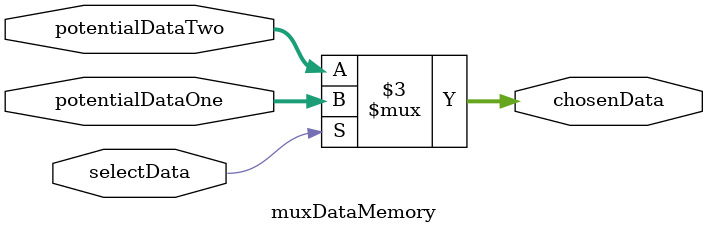
<source format=v>
`timescale 1ns / 1ps

module muxDataMemory
    (
    input selectData,
    input [31:0] potentialDataOne,
    input [31:0] potentialDataTwo,
    
    output reg [31:0] chosenData
    );
    
    always@(*)
        begin
        if(selectData)
            begin
            chosenData <= potentialDataOne;
            end
        else
            begin
            chosenData <= potentialDataTwo;
            end
        end
endmodule

</source>
